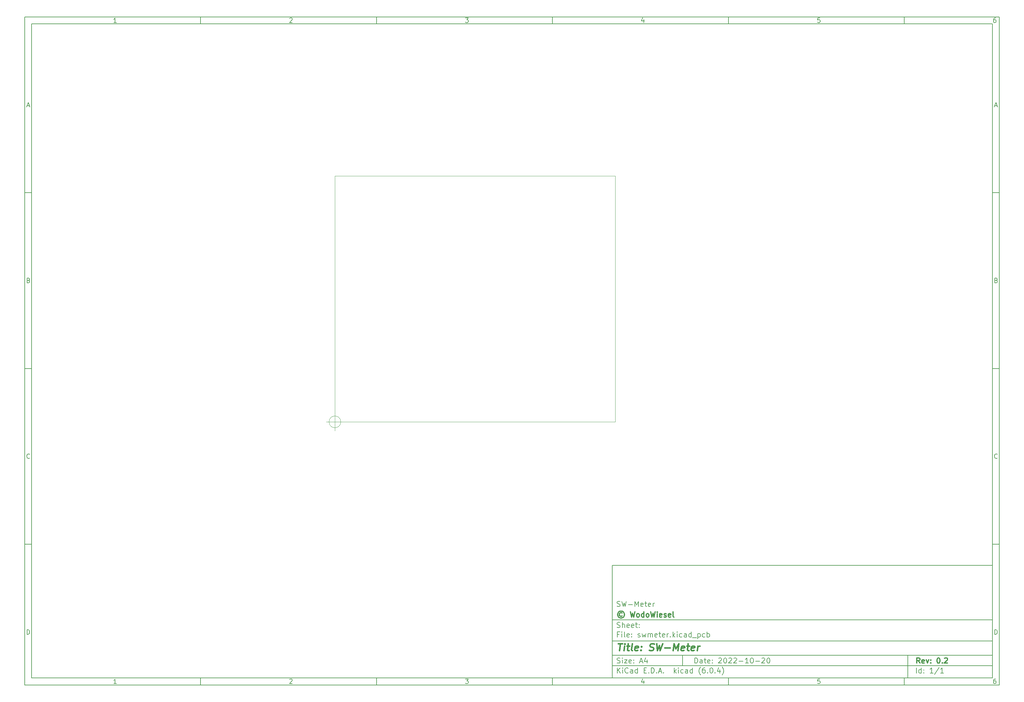
<source format=gbr>
%TF.GenerationSoftware,KiCad,Pcbnew,(6.0.4)*%
%TF.CreationDate,2022-10-21T18:21:49+02:00*%
%TF.ProjectId,swmeter,73776d65-7465-4722-9e6b-696361645f70,0.2*%
%TF.SameCoordinates,PX5d9f490PY775a330*%
%TF.FileFunction,Other,ECO2*%
%FSLAX46Y46*%
G04 Gerber Fmt 4.6, Leading zero omitted, Abs format (unit mm)*
G04 Created by KiCad (PCBNEW (6.0.4)) date 2022-10-21 18:21:49*
%MOMM*%
%LPD*%
G01*
G04 APERTURE LIST*
%ADD10C,0.100000*%
%ADD11C,0.150000*%
%ADD12C,0.300000*%
%ADD13C,0.400000*%
%TA.AperFunction,Profile*%
%ADD14C,0.100000*%
%TD*%
G04 APERTURE END LIST*
D10*
D11*
X78832200Y-40857200D02*
X78832200Y-72857200D01*
X186832200Y-72857200D01*
X186832200Y-40857200D01*
X78832200Y-40857200D01*
D10*
D11*
X-88170000Y115150000D02*
X-88170000Y-74857200D01*
X188832200Y-74857200D01*
X188832200Y115150000D01*
X-88170000Y115150000D01*
D10*
D11*
X-86170000Y113150000D02*
X-86170000Y-72857200D01*
X186832200Y-72857200D01*
X186832200Y113150000D01*
X-86170000Y113150000D01*
D10*
D11*
X-38170000Y113150000D02*
X-38170000Y115150000D01*
D10*
D11*
X11830000Y113150000D02*
X11830000Y115150000D01*
D10*
D11*
X61830000Y113150000D02*
X61830000Y115150000D01*
D10*
D11*
X111830000Y113150000D02*
X111830000Y115150000D01*
D10*
D11*
X161830000Y113150000D02*
X161830000Y115150000D01*
D10*
D11*
X-62104524Y113561905D02*
X-62847381Y113561905D01*
X-62475953Y113561905D02*
X-62475953Y114861905D01*
X-62599762Y114676191D01*
X-62723572Y114552381D01*
X-62847381Y114490477D01*
D10*
D11*
X-12847381Y114738096D02*
X-12785477Y114800000D01*
X-12661667Y114861905D01*
X-12352143Y114861905D01*
X-12228334Y114800000D01*
X-12166429Y114738096D01*
X-12104524Y114614286D01*
X-12104524Y114490477D01*
X-12166429Y114304762D01*
X-12909286Y113561905D01*
X-12104524Y113561905D01*
D10*
D11*
X37090714Y114861905D02*
X37895476Y114861905D01*
X37462142Y114366667D01*
X37647857Y114366667D01*
X37771666Y114304762D01*
X37833571Y114242858D01*
X37895476Y114119048D01*
X37895476Y113809524D01*
X37833571Y113685715D01*
X37771666Y113623810D01*
X37647857Y113561905D01*
X37276428Y113561905D01*
X37152619Y113623810D01*
X37090714Y113685715D01*
D10*
D11*
X87771666Y114428572D02*
X87771666Y113561905D01*
X87462142Y114923810D02*
X87152619Y113995239D01*
X87957380Y113995239D01*
D10*
D11*
X137833571Y114861905D02*
X137214523Y114861905D01*
X137152619Y114242858D01*
X137214523Y114304762D01*
X137338333Y114366667D01*
X137647857Y114366667D01*
X137771666Y114304762D01*
X137833571Y114242858D01*
X137895476Y114119048D01*
X137895476Y113809524D01*
X137833571Y113685715D01*
X137771666Y113623810D01*
X137647857Y113561905D01*
X137338333Y113561905D01*
X137214523Y113623810D01*
X137152619Y113685715D01*
D10*
D11*
X187771666Y114861905D02*
X187524047Y114861905D01*
X187400238Y114800000D01*
X187338333Y114738096D01*
X187214523Y114552381D01*
X187152619Y114304762D01*
X187152619Y113809524D01*
X187214523Y113685715D01*
X187276428Y113623810D01*
X187400238Y113561905D01*
X187647857Y113561905D01*
X187771666Y113623810D01*
X187833571Y113685715D01*
X187895476Y113809524D01*
X187895476Y114119048D01*
X187833571Y114242858D01*
X187771666Y114304762D01*
X187647857Y114366667D01*
X187400238Y114366667D01*
X187276428Y114304762D01*
X187214523Y114242858D01*
X187152619Y114119048D01*
D10*
D11*
X-38170000Y-72857200D02*
X-38170000Y-74857200D01*
D10*
D11*
X11830000Y-72857200D02*
X11830000Y-74857200D01*
D10*
D11*
X61830000Y-72857200D02*
X61830000Y-74857200D01*
D10*
D11*
X111830000Y-72857200D02*
X111830000Y-74857200D01*
D10*
D11*
X161830000Y-72857200D02*
X161830000Y-74857200D01*
D10*
D11*
X-62104524Y-74445295D02*
X-62847381Y-74445295D01*
X-62475953Y-74445295D02*
X-62475953Y-73145295D01*
X-62599762Y-73331009D01*
X-62723572Y-73454819D01*
X-62847381Y-73516723D01*
D10*
D11*
X-12847381Y-73269104D02*
X-12785477Y-73207200D01*
X-12661667Y-73145295D01*
X-12352143Y-73145295D01*
X-12228334Y-73207200D01*
X-12166429Y-73269104D01*
X-12104524Y-73392914D01*
X-12104524Y-73516723D01*
X-12166429Y-73702438D01*
X-12909286Y-74445295D01*
X-12104524Y-74445295D01*
D10*
D11*
X37090714Y-73145295D02*
X37895476Y-73145295D01*
X37462142Y-73640533D01*
X37647857Y-73640533D01*
X37771666Y-73702438D01*
X37833571Y-73764342D01*
X37895476Y-73888152D01*
X37895476Y-74197676D01*
X37833571Y-74321485D01*
X37771666Y-74383390D01*
X37647857Y-74445295D01*
X37276428Y-74445295D01*
X37152619Y-74383390D01*
X37090714Y-74321485D01*
D10*
D11*
X87771666Y-73578628D02*
X87771666Y-74445295D01*
X87462142Y-73083390D02*
X87152619Y-74011961D01*
X87957380Y-74011961D01*
D10*
D11*
X137833571Y-73145295D02*
X137214523Y-73145295D01*
X137152619Y-73764342D01*
X137214523Y-73702438D01*
X137338333Y-73640533D01*
X137647857Y-73640533D01*
X137771666Y-73702438D01*
X137833571Y-73764342D01*
X137895476Y-73888152D01*
X137895476Y-74197676D01*
X137833571Y-74321485D01*
X137771666Y-74383390D01*
X137647857Y-74445295D01*
X137338333Y-74445295D01*
X137214523Y-74383390D01*
X137152619Y-74321485D01*
D10*
D11*
X187771666Y-73145295D02*
X187524047Y-73145295D01*
X187400238Y-73207200D01*
X187338333Y-73269104D01*
X187214523Y-73454819D01*
X187152619Y-73702438D01*
X187152619Y-74197676D01*
X187214523Y-74321485D01*
X187276428Y-74383390D01*
X187400238Y-74445295D01*
X187647857Y-74445295D01*
X187771666Y-74383390D01*
X187833571Y-74321485D01*
X187895476Y-74197676D01*
X187895476Y-73888152D01*
X187833571Y-73764342D01*
X187771666Y-73702438D01*
X187647857Y-73640533D01*
X187400238Y-73640533D01*
X187276428Y-73702438D01*
X187214523Y-73764342D01*
X187152619Y-73888152D01*
D10*
D11*
X-88170000Y65150000D02*
X-86170000Y65150000D01*
D10*
D11*
X-88170000Y15150000D02*
X-86170000Y15150000D01*
D10*
D11*
X-88170000Y-34850000D02*
X-86170000Y-34850000D01*
D10*
D11*
X-87479524Y89933334D02*
X-86860477Y89933334D01*
X-87603334Y89561905D02*
X-87170000Y90861905D01*
X-86736667Y89561905D01*
D10*
D11*
X-87077143Y40242858D02*
X-86891429Y40180953D01*
X-86829524Y40119048D01*
X-86767620Y39995239D01*
X-86767620Y39809524D01*
X-86829524Y39685715D01*
X-86891429Y39623810D01*
X-87015239Y39561905D01*
X-87510477Y39561905D01*
X-87510477Y40861905D01*
X-87077143Y40861905D01*
X-86953334Y40800000D01*
X-86891429Y40738096D01*
X-86829524Y40614286D01*
X-86829524Y40490477D01*
X-86891429Y40366667D01*
X-86953334Y40304762D01*
X-87077143Y40242858D01*
X-87510477Y40242858D01*
D10*
D11*
X-86767620Y-10314285D02*
X-86829524Y-10376190D01*
X-87015239Y-10438095D01*
X-87139048Y-10438095D01*
X-87324762Y-10376190D01*
X-87448572Y-10252380D01*
X-87510477Y-10128571D01*
X-87572381Y-9880952D01*
X-87572381Y-9695238D01*
X-87510477Y-9447619D01*
X-87448572Y-9323809D01*
X-87324762Y-9200000D01*
X-87139048Y-9138095D01*
X-87015239Y-9138095D01*
X-86829524Y-9200000D01*
X-86767620Y-9261904D01*
D10*
D11*
X-87510477Y-60438095D02*
X-87510477Y-59138095D01*
X-87200953Y-59138095D01*
X-87015239Y-59200000D01*
X-86891429Y-59323809D01*
X-86829524Y-59447619D01*
X-86767620Y-59695238D01*
X-86767620Y-59880952D01*
X-86829524Y-60128571D01*
X-86891429Y-60252380D01*
X-87015239Y-60376190D01*
X-87200953Y-60438095D01*
X-87510477Y-60438095D01*
D10*
D11*
X188832200Y65150000D02*
X186832200Y65150000D01*
D10*
D11*
X188832200Y15150000D02*
X186832200Y15150000D01*
D10*
D11*
X188832200Y-34850000D02*
X186832200Y-34850000D01*
D10*
D11*
X187522676Y89933334D02*
X188141723Y89933334D01*
X187398866Y89561905D02*
X187832200Y90861905D01*
X188265533Y89561905D01*
D10*
D11*
X187925057Y40242858D02*
X188110771Y40180953D01*
X188172676Y40119048D01*
X188234580Y39995239D01*
X188234580Y39809524D01*
X188172676Y39685715D01*
X188110771Y39623810D01*
X187986961Y39561905D01*
X187491723Y39561905D01*
X187491723Y40861905D01*
X187925057Y40861905D01*
X188048866Y40800000D01*
X188110771Y40738096D01*
X188172676Y40614286D01*
X188172676Y40490477D01*
X188110771Y40366667D01*
X188048866Y40304762D01*
X187925057Y40242858D01*
X187491723Y40242858D01*
D10*
D11*
X188234580Y-10314285D02*
X188172676Y-10376190D01*
X187986961Y-10438095D01*
X187863152Y-10438095D01*
X187677438Y-10376190D01*
X187553628Y-10252380D01*
X187491723Y-10128571D01*
X187429819Y-9880952D01*
X187429819Y-9695238D01*
X187491723Y-9447619D01*
X187553628Y-9323809D01*
X187677438Y-9200000D01*
X187863152Y-9138095D01*
X187986961Y-9138095D01*
X188172676Y-9200000D01*
X188234580Y-9261904D01*
D10*
D11*
X187491723Y-60438095D02*
X187491723Y-59138095D01*
X187801247Y-59138095D01*
X187986961Y-59200000D01*
X188110771Y-59323809D01*
X188172676Y-59447619D01*
X188234580Y-59695238D01*
X188234580Y-59880952D01*
X188172676Y-60128571D01*
X188110771Y-60252380D01*
X187986961Y-60376190D01*
X187801247Y-60438095D01*
X187491723Y-60438095D01*
D10*
D11*
X102264342Y-68635771D02*
X102264342Y-67135771D01*
X102621485Y-67135771D01*
X102835771Y-67207200D01*
X102978628Y-67350057D01*
X103050057Y-67492914D01*
X103121485Y-67778628D01*
X103121485Y-67992914D01*
X103050057Y-68278628D01*
X102978628Y-68421485D01*
X102835771Y-68564342D01*
X102621485Y-68635771D01*
X102264342Y-68635771D01*
X104407200Y-68635771D02*
X104407200Y-67850057D01*
X104335771Y-67707200D01*
X104192914Y-67635771D01*
X103907200Y-67635771D01*
X103764342Y-67707200D01*
X104407200Y-68564342D02*
X104264342Y-68635771D01*
X103907200Y-68635771D01*
X103764342Y-68564342D01*
X103692914Y-68421485D01*
X103692914Y-68278628D01*
X103764342Y-68135771D01*
X103907200Y-68064342D01*
X104264342Y-68064342D01*
X104407200Y-67992914D01*
X104907200Y-67635771D02*
X105478628Y-67635771D01*
X105121485Y-67135771D02*
X105121485Y-68421485D01*
X105192914Y-68564342D01*
X105335771Y-68635771D01*
X105478628Y-68635771D01*
X106550057Y-68564342D02*
X106407200Y-68635771D01*
X106121485Y-68635771D01*
X105978628Y-68564342D01*
X105907200Y-68421485D01*
X105907200Y-67850057D01*
X105978628Y-67707200D01*
X106121485Y-67635771D01*
X106407200Y-67635771D01*
X106550057Y-67707200D01*
X106621485Y-67850057D01*
X106621485Y-67992914D01*
X105907200Y-68135771D01*
X107264342Y-68492914D02*
X107335771Y-68564342D01*
X107264342Y-68635771D01*
X107192914Y-68564342D01*
X107264342Y-68492914D01*
X107264342Y-68635771D01*
X107264342Y-67707200D02*
X107335771Y-67778628D01*
X107264342Y-67850057D01*
X107192914Y-67778628D01*
X107264342Y-67707200D01*
X107264342Y-67850057D01*
X109050057Y-67278628D02*
X109121485Y-67207200D01*
X109264342Y-67135771D01*
X109621485Y-67135771D01*
X109764342Y-67207200D01*
X109835771Y-67278628D01*
X109907200Y-67421485D01*
X109907200Y-67564342D01*
X109835771Y-67778628D01*
X108978628Y-68635771D01*
X109907200Y-68635771D01*
X110835771Y-67135771D02*
X110978628Y-67135771D01*
X111121485Y-67207200D01*
X111192914Y-67278628D01*
X111264342Y-67421485D01*
X111335771Y-67707200D01*
X111335771Y-68064342D01*
X111264342Y-68350057D01*
X111192914Y-68492914D01*
X111121485Y-68564342D01*
X110978628Y-68635771D01*
X110835771Y-68635771D01*
X110692914Y-68564342D01*
X110621485Y-68492914D01*
X110550057Y-68350057D01*
X110478628Y-68064342D01*
X110478628Y-67707200D01*
X110550057Y-67421485D01*
X110621485Y-67278628D01*
X110692914Y-67207200D01*
X110835771Y-67135771D01*
X111907200Y-67278628D02*
X111978628Y-67207200D01*
X112121485Y-67135771D01*
X112478628Y-67135771D01*
X112621485Y-67207200D01*
X112692914Y-67278628D01*
X112764342Y-67421485D01*
X112764342Y-67564342D01*
X112692914Y-67778628D01*
X111835771Y-68635771D01*
X112764342Y-68635771D01*
X113335771Y-67278628D02*
X113407200Y-67207200D01*
X113550057Y-67135771D01*
X113907200Y-67135771D01*
X114050057Y-67207200D01*
X114121485Y-67278628D01*
X114192914Y-67421485D01*
X114192914Y-67564342D01*
X114121485Y-67778628D01*
X113264342Y-68635771D01*
X114192914Y-68635771D01*
X114835771Y-68064342D02*
X115978628Y-68064342D01*
X117478628Y-68635771D02*
X116621485Y-68635771D01*
X117050057Y-68635771D02*
X117050057Y-67135771D01*
X116907200Y-67350057D01*
X116764342Y-67492914D01*
X116621485Y-67564342D01*
X118407200Y-67135771D02*
X118550057Y-67135771D01*
X118692914Y-67207200D01*
X118764342Y-67278628D01*
X118835771Y-67421485D01*
X118907200Y-67707200D01*
X118907200Y-68064342D01*
X118835771Y-68350057D01*
X118764342Y-68492914D01*
X118692914Y-68564342D01*
X118550057Y-68635771D01*
X118407200Y-68635771D01*
X118264342Y-68564342D01*
X118192914Y-68492914D01*
X118121485Y-68350057D01*
X118050057Y-68064342D01*
X118050057Y-67707200D01*
X118121485Y-67421485D01*
X118192914Y-67278628D01*
X118264342Y-67207200D01*
X118407200Y-67135771D01*
X119550057Y-68064342D02*
X120692914Y-68064342D01*
X121335771Y-67278628D02*
X121407200Y-67207200D01*
X121550057Y-67135771D01*
X121907200Y-67135771D01*
X122050057Y-67207200D01*
X122121485Y-67278628D01*
X122192914Y-67421485D01*
X122192914Y-67564342D01*
X122121485Y-67778628D01*
X121264342Y-68635771D01*
X122192914Y-68635771D01*
X123121485Y-67135771D02*
X123264342Y-67135771D01*
X123407200Y-67207200D01*
X123478628Y-67278628D01*
X123550057Y-67421485D01*
X123621485Y-67707200D01*
X123621485Y-68064342D01*
X123550057Y-68350057D01*
X123478628Y-68492914D01*
X123407200Y-68564342D01*
X123264342Y-68635771D01*
X123121485Y-68635771D01*
X122978628Y-68564342D01*
X122907200Y-68492914D01*
X122835771Y-68350057D01*
X122764342Y-68064342D01*
X122764342Y-67707200D01*
X122835771Y-67421485D01*
X122907200Y-67278628D01*
X122978628Y-67207200D01*
X123121485Y-67135771D01*
D10*
D11*
X78832200Y-69357200D02*
X186832200Y-69357200D01*
D10*
D11*
X80264342Y-71435771D02*
X80264342Y-69935771D01*
X81121485Y-71435771D02*
X80478628Y-70578628D01*
X81121485Y-69935771D02*
X80264342Y-70792914D01*
X81764342Y-71435771D02*
X81764342Y-70435771D01*
X81764342Y-69935771D02*
X81692914Y-70007200D01*
X81764342Y-70078628D01*
X81835771Y-70007200D01*
X81764342Y-69935771D01*
X81764342Y-70078628D01*
X83335771Y-71292914D02*
X83264342Y-71364342D01*
X83050057Y-71435771D01*
X82907200Y-71435771D01*
X82692914Y-71364342D01*
X82550057Y-71221485D01*
X82478628Y-71078628D01*
X82407200Y-70792914D01*
X82407200Y-70578628D01*
X82478628Y-70292914D01*
X82550057Y-70150057D01*
X82692914Y-70007200D01*
X82907200Y-69935771D01*
X83050057Y-69935771D01*
X83264342Y-70007200D01*
X83335771Y-70078628D01*
X84621485Y-71435771D02*
X84621485Y-70650057D01*
X84550057Y-70507200D01*
X84407200Y-70435771D01*
X84121485Y-70435771D01*
X83978628Y-70507200D01*
X84621485Y-71364342D02*
X84478628Y-71435771D01*
X84121485Y-71435771D01*
X83978628Y-71364342D01*
X83907200Y-71221485D01*
X83907200Y-71078628D01*
X83978628Y-70935771D01*
X84121485Y-70864342D01*
X84478628Y-70864342D01*
X84621485Y-70792914D01*
X85978628Y-71435771D02*
X85978628Y-69935771D01*
X85978628Y-71364342D02*
X85835771Y-71435771D01*
X85550057Y-71435771D01*
X85407200Y-71364342D01*
X85335771Y-71292914D01*
X85264342Y-71150057D01*
X85264342Y-70721485D01*
X85335771Y-70578628D01*
X85407200Y-70507200D01*
X85550057Y-70435771D01*
X85835771Y-70435771D01*
X85978628Y-70507200D01*
X87835771Y-70650057D02*
X88335771Y-70650057D01*
X88550057Y-71435771D02*
X87835771Y-71435771D01*
X87835771Y-69935771D01*
X88550057Y-69935771D01*
X89192914Y-71292914D02*
X89264342Y-71364342D01*
X89192914Y-71435771D01*
X89121485Y-71364342D01*
X89192914Y-71292914D01*
X89192914Y-71435771D01*
X89907200Y-71435771D02*
X89907200Y-69935771D01*
X90264342Y-69935771D01*
X90478628Y-70007200D01*
X90621485Y-70150057D01*
X90692914Y-70292914D01*
X90764342Y-70578628D01*
X90764342Y-70792914D01*
X90692914Y-71078628D01*
X90621485Y-71221485D01*
X90478628Y-71364342D01*
X90264342Y-71435771D01*
X89907200Y-71435771D01*
X91407200Y-71292914D02*
X91478628Y-71364342D01*
X91407200Y-71435771D01*
X91335771Y-71364342D01*
X91407200Y-71292914D01*
X91407200Y-71435771D01*
X92050057Y-71007200D02*
X92764342Y-71007200D01*
X91907200Y-71435771D02*
X92407200Y-69935771D01*
X92907200Y-71435771D01*
X93407200Y-71292914D02*
X93478628Y-71364342D01*
X93407200Y-71435771D01*
X93335771Y-71364342D01*
X93407200Y-71292914D01*
X93407200Y-71435771D01*
X96407200Y-71435771D02*
X96407200Y-69935771D01*
X96550057Y-70864342D02*
X96978628Y-71435771D01*
X96978628Y-70435771D02*
X96407200Y-71007200D01*
X97621485Y-71435771D02*
X97621485Y-70435771D01*
X97621485Y-69935771D02*
X97550057Y-70007200D01*
X97621485Y-70078628D01*
X97692914Y-70007200D01*
X97621485Y-69935771D01*
X97621485Y-70078628D01*
X98978628Y-71364342D02*
X98835771Y-71435771D01*
X98550057Y-71435771D01*
X98407200Y-71364342D01*
X98335771Y-71292914D01*
X98264342Y-71150057D01*
X98264342Y-70721485D01*
X98335771Y-70578628D01*
X98407200Y-70507200D01*
X98550057Y-70435771D01*
X98835771Y-70435771D01*
X98978628Y-70507200D01*
X100264342Y-71435771D02*
X100264342Y-70650057D01*
X100192914Y-70507200D01*
X100050057Y-70435771D01*
X99764342Y-70435771D01*
X99621485Y-70507200D01*
X100264342Y-71364342D02*
X100121485Y-71435771D01*
X99764342Y-71435771D01*
X99621485Y-71364342D01*
X99550057Y-71221485D01*
X99550057Y-71078628D01*
X99621485Y-70935771D01*
X99764342Y-70864342D01*
X100121485Y-70864342D01*
X100264342Y-70792914D01*
X101621485Y-71435771D02*
X101621485Y-69935771D01*
X101621485Y-71364342D02*
X101478628Y-71435771D01*
X101192914Y-71435771D01*
X101050057Y-71364342D01*
X100978628Y-71292914D01*
X100907200Y-71150057D01*
X100907200Y-70721485D01*
X100978628Y-70578628D01*
X101050057Y-70507200D01*
X101192914Y-70435771D01*
X101478628Y-70435771D01*
X101621485Y-70507200D01*
X103907200Y-72007200D02*
X103835771Y-71935771D01*
X103692914Y-71721485D01*
X103621485Y-71578628D01*
X103550057Y-71364342D01*
X103478628Y-71007200D01*
X103478628Y-70721485D01*
X103550057Y-70364342D01*
X103621485Y-70150057D01*
X103692914Y-70007200D01*
X103835771Y-69792914D01*
X103907200Y-69721485D01*
X105121485Y-69935771D02*
X104835771Y-69935771D01*
X104692914Y-70007200D01*
X104621485Y-70078628D01*
X104478628Y-70292914D01*
X104407200Y-70578628D01*
X104407200Y-71150057D01*
X104478628Y-71292914D01*
X104550057Y-71364342D01*
X104692914Y-71435771D01*
X104978628Y-71435771D01*
X105121485Y-71364342D01*
X105192914Y-71292914D01*
X105264342Y-71150057D01*
X105264342Y-70792914D01*
X105192914Y-70650057D01*
X105121485Y-70578628D01*
X104978628Y-70507200D01*
X104692914Y-70507200D01*
X104550057Y-70578628D01*
X104478628Y-70650057D01*
X104407200Y-70792914D01*
X105907200Y-71292914D02*
X105978628Y-71364342D01*
X105907200Y-71435771D01*
X105835771Y-71364342D01*
X105907200Y-71292914D01*
X105907200Y-71435771D01*
X106907200Y-69935771D02*
X107050057Y-69935771D01*
X107192914Y-70007200D01*
X107264342Y-70078628D01*
X107335771Y-70221485D01*
X107407200Y-70507200D01*
X107407200Y-70864342D01*
X107335771Y-71150057D01*
X107264342Y-71292914D01*
X107192914Y-71364342D01*
X107050057Y-71435771D01*
X106907200Y-71435771D01*
X106764342Y-71364342D01*
X106692914Y-71292914D01*
X106621485Y-71150057D01*
X106550057Y-70864342D01*
X106550057Y-70507200D01*
X106621485Y-70221485D01*
X106692914Y-70078628D01*
X106764342Y-70007200D01*
X106907200Y-69935771D01*
X108050057Y-71292914D02*
X108121485Y-71364342D01*
X108050057Y-71435771D01*
X107978628Y-71364342D01*
X108050057Y-71292914D01*
X108050057Y-71435771D01*
X109407200Y-70435771D02*
X109407200Y-71435771D01*
X109050057Y-69864342D02*
X108692914Y-70935771D01*
X109621485Y-70935771D01*
X110050057Y-72007200D02*
X110121485Y-71935771D01*
X110264342Y-71721485D01*
X110335771Y-71578628D01*
X110407200Y-71364342D01*
X110478628Y-71007200D01*
X110478628Y-70721485D01*
X110407200Y-70364342D01*
X110335771Y-70150057D01*
X110264342Y-70007200D01*
X110121485Y-69792914D01*
X110050057Y-69721485D01*
D10*
D11*
X78832200Y-66357200D02*
X186832200Y-66357200D01*
D10*
D12*
X166241485Y-68635771D02*
X165741485Y-67921485D01*
X165384342Y-68635771D02*
X165384342Y-67135771D01*
X165955771Y-67135771D01*
X166098628Y-67207200D01*
X166170057Y-67278628D01*
X166241485Y-67421485D01*
X166241485Y-67635771D01*
X166170057Y-67778628D01*
X166098628Y-67850057D01*
X165955771Y-67921485D01*
X165384342Y-67921485D01*
X167455771Y-68564342D02*
X167312914Y-68635771D01*
X167027200Y-68635771D01*
X166884342Y-68564342D01*
X166812914Y-68421485D01*
X166812914Y-67850057D01*
X166884342Y-67707200D01*
X167027200Y-67635771D01*
X167312914Y-67635771D01*
X167455771Y-67707200D01*
X167527200Y-67850057D01*
X167527200Y-67992914D01*
X166812914Y-68135771D01*
X168027200Y-67635771D02*
X168384342Y-68635771D01*
X168741485Y-67635771D01*
X169312914Y-68492914D02*
X169384342Y-68564342D01*
X169312914Y-68635771D01*
X169241485Y-68564342D01*
X169312914Y-68492914D01*
X169312914Y-68635771D01*
X169312914Y-67707200D02*
X169384342Y-67778628D01*
X169312914Y-67850057D01*
X169241485Y-67778628D01*
X169312914Y-67707200D01*
X169312914Y-67850057D01*
X171455771Y-67135771D02*
X171598628Y-67135771D01*
X171741485Y-67207200D01*
X171812914Y-67278628D01*
X171884342Y-67421485D01*
X171955771Y-67707200D01*
X171955771Y-68064342D01*
X171884342Y-68350057D01*
X171812914Y-68492914D01*
X171741485Y-68564342D01*
X171598628Y-68635771D01*
X171455771Y-68635771D01*
X171312914Y-68564342D01*
X171241485Y-68492914D01*
X171170057Y-68350057D01*
X171098628Y-68064342D01*
X171098628Y-67707200D01*
X171170057Y-67421485D01*
X171241485Y-67278628D01*
X171312914Y-67207200D01*
X171455771Y-67135771D01*
X172598628Y-68492914D02*
X172670057Y-68564342D01*
X172598628Y-68635771D01*
X172527200Y-68564342D01*
X172598628Y-68492914D01*
X172598628Y-68635771D01*
X173241485Y-67278628D02*
X173312914Y-67207200D01*
X173455771Y-67135771D01*
X173812914Y-67135771D01*
X173955771Y-67207200D01*
X174027200Y-67278628D01*
X174098628Y-67421485D01*
X174098628Y-67564342D01*
X174027200Y-67778628D01*
X173170057Y-68635771D01*
X174098628Y-68635771D01*
D10*
D11*
X80192914Y-68564342D02*
X80407200Y-68635771D01*
X80764342Y-68635771D01*
X80907200Y-68564342D01*
X80978628Y-68492914D01*
X81050057Y-68350057D01*
X81050057Y-68207200D01*
X80978628Y-68064342D01*
X80907200Y-67992914D01*
X80764342Y-67921485D01*
X80478628Y-67850057D01*
X80335771Y-67778628D01*
X80264342Y-67707200D01*
X80192914Y-67564342D01*
X80192914Y-67421485D01*
X80264342Y-67278628D01*
X80335771Y-67207200D01*
X80478628Y-67135771D01*
X80835771Y-67135771D01*
X81050057Y-67207200D01*
X81692914Y-68635771D02*
X81692914Y-67635771D01*
X81692914Y-67135771D02*
X81621485Y-67207200D01*
X81692914Y-67278628D01*
X81764342Y-67207200D01*
X81692914Y-67135771D01*
X81692914Y-67278628D01*
X82264342Y-67635771D02*
X83050057Y-67635771D01*
X82264342Y-68635771D01*
X83050057Y-68635771D01*
X84192914Y-68564342D02*
X84050057Y-68635771D01*
X83764342Y-68635771D01*
X83621485Y-68564342D01*
X83550057Y-68421485D01*
X83550057Y-67850057D01*
X83621485Y-67707200D01*
X83764342Y-67635771D01*
X84050057Y-67635771D01*
X84192914Y-67707200D01*
X84264342Y-67850057D01*
X84264342Y-67992914D01*
X83550057Y-68135771D01*
X84907200Y-68492914D02*
X84978628Y-68564342D01*
X84907200Y-68635771D01*
X84835771Y-68564342D01*
X84907200Y-68492914D01*
X84907200Y-68635771D01*
X84907200Y-67707200D02*
X84978628Y-67778628D01*
X84907200Y-67850057D01*
X84835771Y-67778628D01*
X84907200Y-67707200D01*
X84907200Y-67850057D01*
X86692914Y-68207200D02*
X87407200Y-68207200D01*
X86550057Y-68635771D02*
X87050057Y-67135771D01*
X87550057Y-68635771D01*
X88692914Y-67635771D02*
X88692914Y-68635771D01*
X88335771Y-67064342D02*
X87978628Y-68135771D01*
X88907200Y-68135771D01*
D10*
D11*
X165264342Y-71435771D02*
X165264342Y-69935771D01*
X166621485Y-71435771D02*
X166621485Y-69935771D01*
X166621485Y-71364342D02*
X166478628Y-71435771D01*
X166192914Y-71435771D01*
X166050057Y-71364342D01*
X165978628Y-71292914D01*
X165907200Y-71150057D01*
X165907200Y-70721485D01*
X165978628Y-70578628D01*
X166050057Y-70507200D01*
X166192914Y-70435771D01*
X166478628Y-70435771D01*
X166621485Y-70507200D01*
X167335771Y-71292914D02*
X167407200Y-71364342D01*
X167335771Y-71435771D01*
X167264342Y-71364342D01*
X167335771Y-71292914D01*
X167335771Y-71435771D01*
X167335771Y-70507200D02*
X167407200Y-70578628D01*
X167335771Y-70650057D01*
X167264342Y-70578628D01*
X167335771Y-70507200D01*
X167335771Y-70650057D01*
X169978628Y-71435771D02*
X169121485Y-71435771D01*
X169550057Y-71435771D02*
X169550057Y-69935771D01*
X169407200Y-70150057D01*
X169264342Y-70292914D01*
X169121485Y-70364342D01*
X171692914Y-69864342D02*
X170407200Y-71792914D01*
X172978628Y-71435771D02*
X172121485Y-71435771D01*
X172550057Y-71435771D02*
X172550057Y-69935771D01*
X172407200Y-70150057D01*
X172264342Y-70292914D01*
X172121485Y-70364342D01*
D10*
D11*
X78832200Y-62357200D02*
X186832200Y-62357200D01*
D10*
D13*
X80544580Y-63061961D02*
X81687438Y-63061961D01*
X80866009Y-65061961D02*
X81116009Y-63061961D01*
X82104104Y-65061961D02*
X82270771Y-63728628D01*
X82354104Y-63061961D02*
X82246961Y-63157200D01*
X82330295Y-63252438D01*
X82437438Y-63157200D01*
X82354104Y-63061961D01*
X82330295Y-63252438D01*
X82937438Y-63728628D02*
X83699342Y-63728628D01*
X83306485Y-63061961D02*
X83092200Y-64776247D01*
X83163628Y-64966723D01*
X83342200Y-65061961D01*
X83532676Y-65061961D01*
X84485057Y-65061961D02*
X84306485Y-64966723D01*
X84235057Y-64776247D01*
X84449342Y-63061961D01*
X86020771Y-64966723D02*
X85818390Y-65061961D01*
X85437438Y-65061961D01*
X85258866Y-64966723D01*
X85187438Y-64776247D01*
X85282676Y-64014342D01*
X85401723Y-63823866D01*
X85604104Y-63728628D01*
X85985057Y-63728628D01*
X86163628Y-63823866D01*
X86235057Y-64014342D01*
X86211247Y-64204819D01*
X85235057Y-64395295D01*
X86985057Y-64871485D02*
X87068390Y-64966723D01*
X86961247Y-65061961D01*
X86877914Y-64966723D01*
X86985057Y-64871485D01*
X86961247Y-65061961D01*
X87116009Y-63823866D02*
X87199342Y-63919104D01*
X87092200Y-64014342D01*
X87008866Y-63919104D01*
X87116009Y-63823866D01*
X87092200Y-64014342D01*
X89354104Y-64966723D02*
X89627914Y-65061961D01*
X90104104Y-65061961D01*
X90306485Y-64966723D01*
X90413628Y-64871485D01*
X90532676Y-64681009D01*
X90556485Y-64490533D01*
X90485057Y-64300057D01*
X90401723Y-64204819D01*
X90223152Y-64109580D01*
X89854104Y-64014342D01*
X89675533Y-63919104D01*
X89592200Y-63823866D01*
X89520771Y-63633390D01*
X89544580Y-63442914D01*
X89663628Y-63252438D01*
X89770771Y-63157200D01*
X89973152Y-63061961D01*
X90449342Y-63061961D01*
X90723152Y-63157200D01*
X91401723Y-63061961D02*
X91627914Y-65061961D01*
X92187438Y-63633390D01*
X92389819Y-65061961D01*
X93116009Y-63061961D01*
X93723152Y-64300057D02*
X95246961Y-64300057D01*
X96104104Y-65061961D02*
X96354104Y-63061961D01*
X96842200Y-64490533D01*
X97687438Y-63061961D01*
X97437438Y-65061961D01*
X99163628Y-64966723D02*
X98961247Y-65061961D01*
X98580295Y-65061961D01*
X98401723Y-64966723D01*
X98330295Y-64776247D01*
X98425533Y-64014342D01*
X98544580Y-63823866D01*
X98746961Y-63728628D01*
X99127914Y-63728628D01*
X99306485Y-63823866D01*
X99377914Y-64014342D01*
X99354104Y-64204819D01*
X98377914Y-64395295D01*
X99985057Y-63728628D02*
X100746961Y-63728628D01*
X100354104Y-63061961D02*
X100139819Y-64776247D01*
X100211247Y-64966723D01*
X100389819Y-65061961D01*
X100580295Y-65061961D01*
X102020771Y-64966723D02*
X101818390Y-65061961D01*
X101437438Y-65061961D01*
X101258866Y-64966723D01*
X101187438Y-64776247D01*
X101282676Y-64014342D01*
X101401723Y-63823866D01*
X101604104Y-63728628D01*
X101985057Y-63728628D01*
X102163628Y-63823866D01*
X102235057Y-64014342D01*
X102211247Y-64204819D01*
X101235057Y-64395295D01*
X102961247Y-65061961D02*
X103127914Y-63728628D01*
X103080295Y-64109580D02*
X103199342Y-63919104D01*
X103306485Y-63823866D01*
X103508866Y-63728628D01*
X103699342Y-63728628D01*
D10*
D11*
X80764342Y-60450057D02*
X80264342Y-60450057D01*
X80264342Y-61235771D02*
X80264342Y-59735771D01*
X80978628Y-59735771D01*
X81550057Y-61235771D02*
X81550057Y-60235771D01*
X81550057Y-59735771D02*
X81478628Y-59807200D01*
X81550057Y-59878628D01*
X81621485Y-59807200D01*
X81550057Y-59735771D01*
X81550057Y-59878628D01*
X82478628Y-61235771D02*
X82335771Y-61164342D01*
X82264342Y-61021485D01*
X82264342Y-59735771D01*
X83621485Y-61164342D02*
X83478628Y-61235771D01*
X83192914Y-61235771D01*
X83050057Y-61164342D01*
X82978628Y-61021485D01*
X82978628Y-60450057D01*
X83050057Y-60307200D01*
X83192914Y-60235771D01*
X83478628Y-60235771D01*
X83621485Y-60307200D01*
X83692914Y-60450057D01*
X83692914Y-60592914D01*
X82978628Y-60735771D01*
X84335771Y-61092914D02*
X84407200Y-61164342D01*
X84335771Y-61235771D01*
X84264342Y-61164342D01*
X84335771Y-61092914D01*
X84335771Y-61235771D01*
X84335771Y-60307200D02*
X84407200Y-60378628D01*
X84335771Y-60450057D01*
X84264342Y-60378628D01*
X84335771Y-60307200D01*
X84335771Y-60450057D01*
X86121485Y-61164342D02*
X86264342Y-61235771D01*
X86550057Y-61235771D01*
X86692914Y-61164342D01*
X86764342Y-61021485D01*
X86764342Y-60950057D01*
X86692914Y-60807200D01*
X86550057Y-60735771D01*
X86335771Y-60735771D01*
X86192914Y-60664342D01*
X86121485Y-60521485D01*
X86121485Y-60450057D01*
X86192914Y-60307200D01*
X86335771Y-60235771D01*
X86550057Y-60235771D01*
X86692914Y-60307200D01*
X87264342Y-60235771D02*
X87550057Y-61235771D01*
X87835771Y-60521485D01*
X88121485Y-61235771D01*
X88407200Y-60235771D01*
X88978628Y-61235771D02*
X88978628Y-60235771D01*
X88978628Y-60378628D02*
X89050057Y-60307200D01*
X89192914Y-60235771D01*
X89407200Y-60235771D01*
X89550057Y-60307200D01*
X89621485Y-60450057D01*
X89621485Y-61235771D01*
X89621485Y-60450057D02*
X89692914Y-60307200D01*
X89835771Y-60235771D01*
X90050057Y-60235771D01*
X90192914Y-60307200D01*
X90264342Y-60450057D01*
X90264342Y-61235771D01*
X91550057Y-61164342D02*
X91407200Y-61235771D01*
X91121485Y-61235771D01*
X90978628Y-61164342D01*
X90907200Y-61021485D01*
X90907200Y-60450057D01*
X90978628Y-60307200D01*
X91121485Y-60235771D01*
X91407200Y-60235771D01*
X91550057Y-60307200D01*
X91621485Y-60450057D01*
X91621485Y-60592914D01*
X90907200Y-60735771D01*
X92050057Y-60235771D02*
X92621485Y-60235771D01*
X92264342Y-59735771D02*
X92264342Y-61021485D01*
X92335771Y-61164342D01*
X92478628Y-61235771D01*
X92621485Y-61235771D01*
X93692914Y-61164342D02*
X93550057Y-61235771D01*
X93264342Y-61235771D01*
X93121485Y-61164342D01*
X93050057Y-61021485D01*
X93050057Y-60450057D01*
X93121485Y-60307200D01*
X93264342Y-60235771D01*
X93550057Y-60235771D01*
X93692914Y-60307200D01*
X93764342Y-60450057D01*
X93764342Y-60592914D01*
X93050057Y-60735771D01*
X94407200Y-61235771D02*
X94407200Y-60235771D01*
X94407200Y-60521485D02*
X94478628Y-60378628D01*
X94550057Y-60307200D01*
X94692914Y-60235771D01*
X94835771Y-60235771D01*
X95335771Y-61092914D02*
X95407200Y-61164342D01*
X95335771Y-61235771D01*
X95264342Y-61164342D01*
X95335771Y-61092914D01*
X95335771Y-61235771D01*
X96050057Y-61235771D02*
X96050057Y-59735771D01*
X96192914Y-60664342D02*
X96621485Y-61235771D01*
X96621485Y-60235771D02*
X96050057Y-60807200D01*
X97264342Y-61235771D02*
X97264342Y-60235771D01*
X97264342Y-59735771D02*
X97192914Y-59807200D01*
X97264342Y-59878628D01*
X97335771Y-59807200D01*
X97264342Y-59735771D01*
X97264342Y-59878628D01*
X98621485Y-61164342D02*
X98478628Y-61235771D01*
X98192914Y-61235771D01*
X98050057Y-61164342D01*
X97978628Y-61092914D01*
X97907200Y-60950057D01*
X97907200Y-60521485D01*
X97978628Y-60378628D01*
X98050057Y-60307200D01*
X98192914Y-60235771D01*
X98478628Y-60235771D01*
X98621485Y-60307200D01*
X99907200Y-61235771D02*
X99907200Y-60450057D01*
X99835771Y-60307200D01*
X99692914Y-60235771D01*
X99407200Y-60235771D01*
X99264342Y-60307200D01*
X99907200Y-61164342D02*
X99764342Y-61235771D01*
X99407200Y-61235771D01*
X99264342Y-61164342D01*
X99192914Y-61021485D01*
X99192914Y-60878628D01*
X99264342Y-60735771D01*
X99407200Y-60664342D01*
X99764342Y-60664342D01*
X99907200Y-60592914D01*
X101264342Y-61235771D02*
X101264342Y-59735771D01*
X101264342Y-61164342D02*
X101121485Y-61235771D01*
X100835771Y-61235771D01*
X100692914Y-61164342D01*
X100621485Y-61092914D01*
X100550057Y-60950057D01*
X100550057Y-60521485D01*
X100621485Y-60378628D01*
X100692914Y-60307200D01*
X100835771Y-60235771D01*
X101121485Y-60235771D01*
X101264342Y-60307200D01*
X101621485Y-61378628D02*
X102764342Y-61378628D01*
X103121485Y-60235771D02*
X103121485Y-61735771D01*
X103121485Y-60307200D02*
X103264342Y-60235771D01*
X103550057Y-60235771D01*
X103692914Y-60307200D01*
X103764342Y-60378628D01*
X103835771Y-60521485D01*
X103835771Y-60950057D01*
X103764342Y-61092914D01*
X103692914Y-61164342D01*
X103550057Y-61235771D01*
X103264342Y-61235771D01*
X103121485Y-61164342D01*
X105121485Y-61164342D02*
X104978628Y-61235771D01*
X104692914Y-61235771D01*
X104550057Y-61164342D01*
X104478628Y-61092914D01*
X104407200Y-60950057D01*
X104407200Y-60521485D01*
X104478628Y-60378628D01*
X104550057Y-60307200D01*
X104692914Y-60235771D01*
X104978628Y-60235771D01*
X105121485Y-60307200D01*
X105764342Y-61235771D02*
X105764342Y-59735771D01*
X105764342Y-60307200D02*
X105907200Y-60235771D01*
X106192914Y-60235771D01*
X106335771Y-60307200D01*
X106407200Y-60378628D01*
X106478628Y-60521485D01*
X106478628Y-60950057D01*
X106407200Y-61092914D01*
X106335771Y-61164342D01*
X106192914Y-61235771D01*
X105907200Y-61235771D01*
X105764342Y-61164342D01*
D10*
D11*
X78832200Y-56357200D02*
X186832200Y-56357200D01*
D10*
D11*
X80192914Y-58464342D02*
X80407200Y-58535771D01*
X80764342Y-58535771D01*
X80907200Y-58464342D01*
X80978628Y-58392914D01*
X81050057Y-58250057D01*
X81050057Y-58107200D01*
X80978628Y-57964342D01*
X80907200Y-57892914D01*
X80764342Y-57821485D01*
X80478628Y-57750057D01*
X80335771Y-57678628D01*
X80264342Y-57607200D01*
X80192914Y-57464342D01*
X80192914Y-57321485D01*
X80264342Y-57178628D01*
X80335771Y-57107200D01*
X80478628Y-57035771D01*
X80835771Y-57035771D01*
X81050057Y-57107200D01*
X81692914Y-58535771D02*
X81692914Y-57035771D01*
X82335771Y-58535771D02*
X82335771Y-57750057D01*
X82264342Y-57607200D01*
X82121485Y-57535771D01*
X81907200Y-57535771D01*
X81764342Y-57607200D01*
X81692914Y-57678628D01*
X83621485Y-58464342D02*
X83478628Y-58535771D01*
X83192914Y-58535771D01*
X83050057Y-58464342D01*
X82978628Y-58321485D01*
X82978628Y-57750057D01*
X83050057Y-57607200D01*
X83192914Y-57535771D01*
X83478628Y-57535771D01*
X83621485Y-57607200D01*
X83692914Y-57750057D01*
X83692914Y-57892914D01*
X82978628Y-58035771D01*
X84907200Y-58464342D02*
X84764342Y-58535771D01*
X84478628Y-58535771D01*
X84335771Y-58464342D01*
X84264342Y-58321485D01*
X84264342Y-57750057D01*
X84335771Y-57607200D01*
X84478628Y-57535771D01*
X84764342Y-57535771D01*
X84907200Y-57607200D01*
X84978628Y-57750057D01*
X84978628Y-57892914D01*
X84264342Y-58035771D01*
X85407200Y-57535771D02*
X85978628Y-57535771D01*
X85621485Y-57035771D02*
X85621485Y-58321485D01*
X85692914Y-58464342D01*
X85835771Y-58535771D01*
X85978628Y-58535771D01*
X86478628Y-58392914D02*
X86550057Y-58464342D01*
X86478628Y-58535771D01*
X86407200Y-58464342D01*
X86478628Y-58392914D01*
X86478628Y-58535771D01*
X86478628Y-57607200D02*
X86550057Y-57678628D01*
X86478628Y-57750057D01*
X86407200Y-57678628D01*
X86478628Y-57607200D01*
X86478628Y-57750057D01*
D10*
D12*
X81598628Y-54392914D02*
X81455771Y-54321485D01*
X81170057Y-54321485D01*
X81027200Y-54392914D01*
X80884342Y-54535771D01*
X80812914Y-54678628D01*
X80812914Y-54964342D01*
X80884342Y-55107200D01*
X81027200Y-55250057D01*
X81170057Y-55321485D01*
X81455771Y-55321485D01*
X81598628Y-55250057D01*
X81312914Y-53821485D02*
X80955771Y-53892914D01*
X80598628Y-54107200D01*
X80384342Y-54464342D01*
X80312914Y-54821485D01*
X80384342Y-55178628D01*
X80598628Y-55535771D01*
X80955771Y-55750057D01*
X81312914Y-55821485D01*
X81670057Y-55750057D01*
X82027200Y-55535771D01*
X82241485Y-55178628D01*
X82312914Y-54821485D01*
X82241485Y-54464342D01*
X82027200Y-54107200D01*
X81670057Y-53892914D01*
X81312914Y-53821485D01*
X83955771Y-54035771D02*
X84312914Y-55535771D01*
X84598628Y-54464342D01*
X84884342Y-55535771D01*
X85241485Y-54035771D01*
X86027200Y-55535771D02*
X85884342Y-55464342D01*
X85812914Y-55392914D01*
X85741485Y-55250057D01*
X85741485Y-54821485D01*
X85812914Y-54678628D01*
X85884342Y-54607200D01*
X86027200Y-54535771D01*
X86241485Y-54535771D01*
X86384342Y-54607200D01*
X86455771Y-54678628D01*
X86527200Y-54821485D01*
X86527200Y-55250057D01*
X86455771Y-55392914D01*
X86384342Y-55464342D01*
X86241485Y-55535771D01*
X86027200Y-55535771D01*
X87812914Y-55535771D02*
X87812914Y-54035771D01*
X87812914Y-55464342D02*
X87670057Y-55535771D01*
X87384342Y-55535771D01*
X87241485Y-55464342D01*
X87170057Y-55392914D01*
X87098628Y-55250057D01*
X87098628Y-54821485D01*
X87170057Y-54678628D01*
X87241485Y-54607200D01*
X87384342Y-54535771D01*
X87670057Y-54535771D01*
X87812914Y-54607200D01*
X88741485Y-55535771D02*
X88598628Y-55464342D01*
X88527200Y-55392914D01*
X88455771Y-55250057D01*
X88455771Y-54821485D01*
X88527200Y-54678628D01*
X88598628Y-54607200D01*
X88741485Y-54535771D01*
X88955771Y-54535771D01*
X89098628Y-54607200D01*
X89170057Y-54678628D01*
X89241485Y-54821485D01*
X89241485Y-55250057D01*
X89170057Y-55392914D01*
X89098628Y-55464342D01*
X88955771Y-55535771D01*
X88741485Y-55535771D01*
X89741485Y-54035771D02*
X90098628Y-55535771D01*
X90384342Y-54464342D01*
X90670057Y-55535771D01*
X91027200Y-54035771D01*
X91598628Y-55535771D02*
X91598628Y-54535771D01*
X91598628Y-54035771D02*
X91527200Y-54107200D01*
X91598628Y-54178628D01*
X91670057Y-54107200D01*
X91598628Y-54035771D01*
X91598628Y-54178628D01*
X92884342Y-55464342D02*
X92741485Y-55535771D01*
X92455771Y-55535771D01*
X92312914Y-55464342D01*
X92241485Y-55321485D01*
X92241485Y-54750057D01*
X92312914Y-54607200D01*
X92455771Y-54535771D01*
X92741485Y-54535771D01*
X92884342Y-54607200D01*
X92955771Y-54750057D01*
X92955771Y-54892914D01*
X92241485Y-55035771D01*
X93527200Y-55464342D02*
X93670057Y-55535771D01*
X93955771Y-55535771D01*
X94098628Y-55464342D01*
X94170057Y-55321485D01*
X94170057Y-55250057D01*
X94098628Y-55107200D01*
X93955771Y-55035771D01*
X93741485Y-55035771D01*
X93598628Y-54964342D01*
X93527200Y-54821485D01*
X93527200Y-54750057D01*
X93598628Y-54607200D01*
X93741485Y-54535771D01*
X93955771Y-54535771D01*
X94098628Y-54607200D01*
X95384342Y-55464342D02*
X95241485Y-55535771D01*
X94955771Y-55535771D01*
X94812914Y-55464342D01*
X94741485Y-55321485D01*
X94741485Y-54750057D01*
X94812914Y-54607200D01*
X94955771Y-54535771D01*
X95241485Y-54535771D01*
X95384342Y-54607200D01*
X95455771Y-54750057D01*
X95455771Y-54892914D01*
X94741485Y-55035771D01*
X96312914Y-55535771D02*
X96170057Y-55464342D01*
X96098628Y-55321485D01*
X96098628Y-54035771D01*
D10*
D11*
X80192914Y-52464342D02*
X80407200Y-52535771D01*
X80764342Y-52535771D01*
X80907200Y-52464342D01*
X80978628Y-52392914D01*
X81050057Y-52250057D01*
X81050057Y-52107200D01*
X80978628Y-51964342D01*
X80907200Y-51892914D01*
X80764342Y-51821485D01*
X80478628Y-51750057D01*
X80335771Y-51678628D01*
X80264342Y-51607200D01*
X80192914Y-51464342D01*
X80192914Y-51321485D01*
X80264342Y-51178628D01*
X80335771Y-51107200D01*
X80478628Y-51035771D01*
X80835771Y-51035771D01*
X81050057Y-51107200D01*
X81550057Y-51035771D02*
X81907200Y-52535771D01*
X82192914Y-51464342D01*
X82478628Y-52535771D01*
X82835771Y-51035771D01*
X83407200Y-51964342D02*
X84550057Y-51964342D01*
X85264342Y-52535771D02*
X85264342Y-51035771D01*
X85764342Y-52107200D01*
X86264342Y-51035771D01*
X86264342Y-52535771D01*
X87550057Y-52464342D02*
X87407200Y-52535771D01*
X87121485Y-52535771D01*
X86978628Y-52464342D01*
X86907200Y-52321485D01*
X86907200Y-51750057D01*
X86978628Y-51607200D01*
X87121485Y-51535771D01*
X87407200Y-51535771D01*
X87550057Y-51607200D01*
X87621485Y-51750057D01*
X87621485Y-51892914D01*
X86907200Y-52035771D01*
X88050057Y-51535771D02*
X88621485Y-51535771D01*
X88264342Y-51035771D02*
X88264342Y-52321485D01*
X88335771Y-52464342D01*
X88478628Y-52535771D01*
X88621485Y-52535771D01*
X89692914Y-52464342D02*
X89550057Y-52535771D01*
X89264342Y-52535771D01*
X89121485Y-52464342D01*
X89050057Y-52321485D01*
X89050057Y-51750057D01*
X89121485Y-51607200D01*
X89264342Y-51535771D01*
X89550057Y-51535771D01*
X89692914Y-51607200D01*
X89764342Y-51750057D01*
X89764342Y-51892914D01*
X89050057Y-52035771D01*
X90407200Y-52535771D02*
X90407200Y-51535771D01*
X90407200Y-51821485D02*
X90478628Y-51678628D01*
X90550057Y-51607200D01*
X90692914Y-51535771D01*
X90835771Y-51535771D01*
D10*
D11*
D10*
D11*
D10*
D11*
D10*
D11*
X98832200Y-66357200D02*
X98832200Y-69357200D01*
D10*
D11*
X162832200Y-66357200D02*
X162832200Y-72857200D01*
D14*
X79620000Y69915000D02*
X-15000Y69915000D01*
X-15000Y69915000D02*
X-15000Y-35000D01*
X-15000Y-35000D02*
X79620000Y-35000D01*
X79620000Y-35000D02*
X79620000Y69915000D01*
X1666666Y-20000D02*
G75*
G03*
X1666666Y-20000I-1666666J0D01*
G01*
X-2500000Y-20000D02*
X2500000Y-20000D01*
X0Y2480000D02*
X0Y-2520000D01*
M02*

</source>
